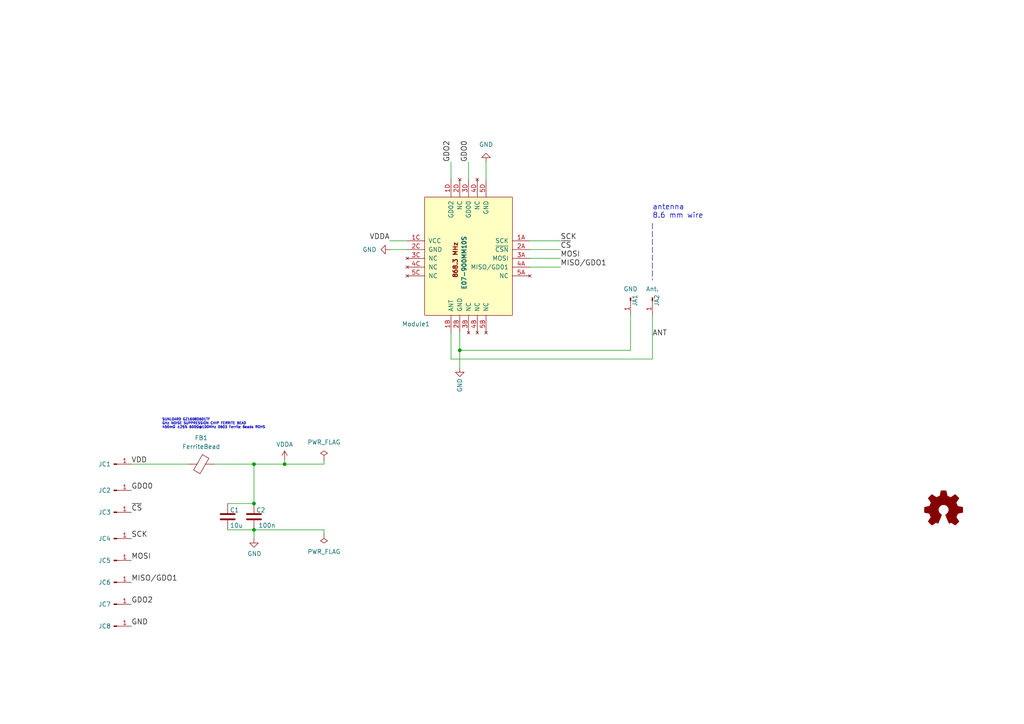
<source format=kicad_sch>
(kicad_sch (version 20230121) (generator eeschema)
  (paper "A4")
  (title_block (title "Adapter_EByte_E07_900MM10S_to_Ebyte_E07_868MS10_FUEL4EP") (date "2024-06-24") (rev "1.0") (comment 1 "(C) FUEL4EP 2024") (comment 2 "to EByte E07868MS10 RF transceiver module") (comment 3 "from EByte E07 900MM10S RF transceiver module") (comment 4 "PCB Adapter RF module "))
  (lib_symbols
    (symbol "Connector:Conn_01x01_Pin" (pin_names (offset 1.016) hide)
      (property "Reference" "J" (at 0 2.54 0))
      (property "Value" "Conn_01x01_Pin" (at 0 -2.54 0))
      (symbol "Conn_01x01_Pin_1_1"
        (polyline (pts (xy 1.27 0) (xy 0.8636 0)) (stroke (width 0.1524)))
        (rectangle (start 0.8636 0.127) (end 0 -0.127) (stroke (width 0.1524)) (fill (type outline)))
        (pin passive line (at 5.08 0 180) (length 3.81) (name "Pin_1") (number "1"))
      )
    )
    (symbol "Device:C" (pin_numbers hide) (pin_names (offset 0.254))
      (property "Reference" "C" (at 0.635 2.54 0))
      (property "Value" "C" (at 0.635 -2.54 0))
      (symbol "C_0_1"
        (polyline (pts (xy -2.032 -0.762) (xy 2.032 -0.762)) (stroke (width 0.508)))
        (polyline (pts (xy -2.032 0.762) (xy 2.032 0.762)) (stroke (width 0.508)))
      )
      (symbol "C_1_1"
        (pin passive line (at 0 3.81 270) (length 2.794) (name "~") (number "1"))
        (pin passive line (at 0 -3.81 90) (length 2.794) (name "~") (number "2"))
      )
    )
    (symbol "Device:FerriteBead" (pin_numbers hide) (pin_names (offset 0))
      (property "Reference" "FB" (at -3.81 0.635 90))
      (property "Value" "FerriteBead" (at 3.81 0 90))
      (symbol "FerriteBead_0_1"
        (polyline (pts (xy 0 -1.27) (xy 0 -1.2192)))
        (polyline (pts (xy 0 1.27) (xy 0 1.2954)))
        (polyline (pts (xy -2.7686 0.4064) (xy -1.7018 2.2606) (xy 2.7686 -0.3048) (xy 1.6764 -2.159) (xy -2.7686 0.4064)))
      )
      (symbol "FerriteBead_1_1"
        (pin passive line (at 0 3.81 270) (length 2.54) (name "~") (number "1"))
        (pin passive line (at 0 -3.81 90) (length 2.54) (name "~") (number "2"))
      )
    )
    (symbol "FUEL4EP:E07-900MM10S" (pin_names (offset 1.016))
      (property "Reference" "Module" (at 0.635 -1.905 0))
      (property "Value" "E07-900MM10S" (at 11.43 15.875 90))
      (symbol "E07-900MM10S_0_0"
        (rectangle (start 0 34.29) (end 25.4 0) (fill (type background)))
        (text "868.3 MHz" (at 8.89 10.795 900) (effects (font (size 1.27 1.27) bold) (justify left)))
        (pin input line (at 30.48 21.59 180) (length 5.08) (name "SCK") (number "1A"))
        (pin output line (at 7.62 -5.08 90) (length 5.08) (name "ANT") (number "1B"))
        (pin output line (at 7.62 39.37 270) (length 5.08) (name "GD02") (number "1D"))
        (pin input line (at 30.48 19.05 180) (length 5.08) (name "~{CSN}") (number "2A"))
        (pin power_in line (at 10.16 -5.08 90) (length 5.08) (name "GND") (number "2B"))
        (pin power_in line (at -5.08 19.05 0) (length 5.08) (name "GND") (number "2C"))
        (pin input line (at 30.48 16.51 180) (length 5.08) (name "MOSI") (number "3A"))
        (pin no_connect line (at -5.08 16.51 0) (length 5.08) (name "NC") (number "3C"))
        (pin output line (at 12.7 39.37 270) (length 5.08) (name "GD00") (number "3D"))
        (pin tri_state line (at 30.48 13.97 180) (length 5.08) (name "MISO/GD01") (number "4A"))
      )
      (symbol "E07-900MM10S_1_1"
        (pin power_in line (at -5.08 21.59 0) (length 5.08) (name "VCC") (number "1C"))
        (pin no_connect line (at 10.16 39.37 270) (length 5.08) (name "NC") (number "2D"))
        (pin no_connect line (at 12.7 -5.08 90) (length 5.08) (name "NC") (number "3B"))
        (pin no_connect line (at 15.24 -5.08 90) (length 5.08) (name "NC") (number "4B"))
        (pin no_connect line (at -5.08 13.97 0) (length 5.08) (name "NC") (number "4C"))
        (pin no_connect line (at 15.24 39.37 270) (length 5.08) (name "NC") (number "4D"))
        (pin no_connect line (at 30.48 11.43 180) (length 5.08) (name "NC") (number "5A"))
        (pin no_connect line (at 17.78 -5.08 90) (length 5.08) (name "NC") (number "5B"))
        (pin no_connect line (at -5.08 11.43 0) (length 5.08) (name "NC") (number "5C"))
        (pin power_in line (at 17.78 39.37 270) (length 5.08) (name "GND") (number "5D"))
      )
    )
    (symbol "Graphic:Logo_Open_Hardware_Small" (in_bom no) (on_board no)
      (symbol "Logo_Open_Hardware_Small_0_1"
        (polyline (pts (xy 3.3528 -4.3434) (xy 3.302 -4.318) (xy 3.175 -4.2418) (xy 2.9972 -4.1148) (xy 2.7686 -3.9624) (xy 2.54 -3.81) (xy 2.3622 -3.7084) (xy 2.2352 -3.6068) (xy 2.1844 -3.5814) (xy 2.159 -3.6068) (xy 2.0574 -3.6576) (xy 1.905 -3.7338) (xy 1.8034 -3.7846) (xy 1.6764 -3.8354) (xy 1.6002 -3.8354) (xy 1.6002 -3.8354) (xy 1.5494 -3.7338) (xy 1.4732 -3.5306) (xy 1.3462 -3.302) (xy 1.2446 -3.0226) (xy 1.1176 -2.7178) (xy 0.9652 -2.413) (xy 0.8636 -2.1082) (xy 0.7366 -1.8288) (xy 0.6604 -1.6256) (xy 0.6096 -1.4732) (xy 0.5842 -1.397) (xy 0.5842 -1.397) (xy 0.6604 -1.3208) (xy 0.7874 -1.2446) (xy 1.0414 -1.016) (xy 1.2954 -0.6858) (xy 1.4478 -0.3302) (xy 1.524 0.0762) (xy 1.4732 0.4572) (xy 1.3208 0.8128) (xy 1.0668 1.143) (xy 0.762 1.3716) (xy 0.4064 1.524) (xy 0 1.5748) (xy -0.381 1.5494) (xy -0.7366 1.397) (xy -1.0668 1.143) (xy -1.2192 0.9906) (xy -1.397 0.6604) (xy -1.524 0.3048) (xy -1.524 0.2286) (xy -1.4986 -0.1778) (xy -1.397 -0.5334) (xy -1.1938 -0.8636) (xy -0.9144 -1.143) (xy -0.8636 -1.1684) (xy -0.7366 -1.27) (xy -0.635 -1.3462) (xy -0.5842 -1.397) (xy -1.0668 -2.5908) (xy -1.143 -2.794) (xy -1.2954 -3.1242) (xy -1.397 -3.4036) (xy -1.4986 -3.6322) (xy -1.5748 -3.7846) (xy -1.6002 -3.8354) (xy -1.6002 -3.8354) (xy -1.651 -3.8354) (xy -1.7272 -3.81) (xy -1.905 -3.7338) (xy -2.0066 -3.683) (xy -2.1336 -3.6068) (xy -2.2098 -3.5814) (xy -2.2606 -3.6068) (xy -2.3622 -3.683) (xy -2.54 -3.81) (xy -2.7686 -3.9624) (xy -2.9718 -4.0894) (xy -3.1496 -4.2164) (xy -3.302 -4.318) (xy -3.3528 -4.3434) (xy -3.3782 -4.3434) (xy -3.429 -4.318) (xy -3.5306 -4.2164) (xy -3.7084 -4.064) (xy -3.937 -3.8354) (xy -3.9624 -3.81) (xy -4.1656 -3.6068) (xy -4.318 -3.4544) (xy -4.4196 -3.3274) (xy -4.445 -3.2766) (xy -4.445 -3.2766) (xy -4.4196 -3.2258) (xy -4.318 -3.0734) (xy -4.2164 -2.8956) (xy -4.064 -2.667) (xy -3.6576 -2.0828) (xy -3.8862 -1.5494) (xy -3.937 -1.3716) (xy -4.0386 -1.1684) (xy -4.0894 -1.0414) (xy -4.1148 -0.9652) (xy -4.191 -0.9398) (xy -4.318 -0.9144) (xy -4.5466 -0.8636) (xy -4.8006 -0.8128) (xy -5.0546 -0.7874) (xy -5.2578 -0.7366) (xy -5.4356 -0.7112) (xy -5.5118 -0.6858) (xy -5.5118 -0.6858) (xy -5.5372 -0.635) (xy -5.5372 -0.5588) (xy -5.5372 -0.4318) (xy -5.5626 -0.2286) (xy -5.5626 0.0762) (xy -5.5626 0.127) (xy -5.5372 0.4064) (xy -5.5372 0.635) (xy -5.5372 0.762) (xy -5.5372 0.8382) (xy -5.5372 0.8382) (xy -5.461 0.8382) (xy -5.3086 0.889) (xy -5.08 0.9144) (xy -4.826 0.9652) (xy -4.8006 0.9906) (xy -4.5466 1.0414) (xy -4.318 1.0668) (xy -4.1656 1.1176) (xy -4.0894 1.143) (xy -4.0894 1.143) (xy -4.0386 1.2446) (xy -3.9624 1.4224) (xy -3.8608 1.6256) (xy -3.7846 1.8288) (xy -3.7084 2.0066) (xy -3.6576 2.159) (xy -3.6322 2.2098) (xy -3.6322 2.2098) (xy -3.683 2.286) (xy -3.7592 2.413) (xy -3.8862 2.5908) (xy -4.064 2.8194) (xy -4.064 2.8448) (xy -4.2164 3.0734) (xy -4.3434 3.2512) (xy -4.4196 3.3782) (xy -4.445 3.4544) (xy -4.445 3.4544) (xy -4.3942 3.5052) (xy -4.2926 3.6322) (xy -4.1148 3.81) (xy -3.937 4.0132) (xy -3.8608 4.064) (xy -3.6576 4.2926) (xy -3.5052 4.4196) (xy -3.4036 4.4958) (xy -3.3528 4.5212) (xy -3.3528 4.5212) (xy -3.302 4.4704) (xy -3.1496 4.3688) (xy -2.9718 4.2418) (xy -2.7432 4.0894) (xy -2.7178 4.0894) (xy -2.4892 3.937) (xy -2.3114 3.81) (xy -2.1844 3.7084) (xy -2.1336 3.683) (xy -2.1082 3.683) (xy -2.032 3.7084) (xy -1.8542 3.7592) (xy -1.6764 3.8354) (xy -1.4732 3.937) (xy -1.27 4.0132) (xy -1.143 4.064) (xy -1.0668 4.1148) (xy -1.0668 4.1148) (xy -1.0414 4.191) (xy -1.016 4.3434) (xy -0.9652 4.572) (xy -0.9144 4.8514) (xy -0.889 4.9022) (xy -0.8382 5.1562) (xy -0.8128 5.3848) (xy -0.7874 5.5372) (xy -0.762 5.588) (xy -0.7112 5.6134) (xy -0.5842 5.6134) (xy -0.4064 5.6134) (xy -0.1524 5.6134) (xy 0.0762 5.6134) (xy 0.3302 5.6134) (xy 0.5334 5.6134) (xy 0.6858 5.588) (xy 0.7366 5.588) (xy 0.7366 5.588) (xy 0.762 5.5118) (xy 0.8128 5.334) (xy 0.8382 5.1054) (xy 0.9144 4.826) (xy 0.9144 4.7752) (xy 0.9652 4.5212) (xy 1.016 4.2926) (xy 1.0414 4.1402) (xy 1.0668 4.0894) (xy 1.0668 4.0894) (xy 1.1938 4.0386) (xy 1.3716 3.9624) (xy 1.5748 3.8608) (xy 2.0828 3.6576) (xy 2.7178 4.0894) (xy 2.7686 4.1402) (xy 2.9972 4.2926) (xy 3.175 4.4196) (xy 3.302 4.4958) (xy 3.3782 4.5212) (xy 3.3782 4.5212) (xy 3.429 4.4704) (xy 3.556 4.3434) (xy 3.7338 4.191) (xy 3.9116 3.9878) (xy 4.064 3.8354) (xy 4.2418 3.6576) (xy 4.3434 3.556) (xy 4.4196 3.4798) (xy 4.4196 3.429) (xy 4.4196 3.4036) (xy 4.3942 3.3274) (xy 4.2926 3.2004) (xy 4.1656 2.9972) (xy 4.0132 2.794) (xy 3.8862 2.5908) (xy 3.7592 2.3876) (xy 3.6576 2.2352) (xy 3.6322 2.159) (xy 3.6322 2.1336) (xy 3.683 2.0066) (xy 3.7592 1.8288) (xy 3.8608 1.6002) (xy 4.064 1.1176) (xy 4.3942 1.0414) (xy 4.5974 1.016) (xy 4.8768 0.9652) (xy 5.1308 0.9144) (xy 5.5372 0.8382) (xy 5.5626 -0.6604) (xy 5.4864 -0.6858) (xy 5.4356 -0.6858) (xy 5.2832 -0.7366) (xy 5.0546 -0.762) (xy 4.8006 -0.8128) (xy 4.5974 -0.8636) (xy 4.3688 -0.9144) (xy 4.2164 -0.9398) (xy 4.1402 -0.9398) (xy 4.1148 -0.9652) (xy 4.064 -1.0668) (xy 3.9878 -1.2446) (xy 3.9116 -1.4478) (xy 3.81 -1.651) (xy 3.7338 -1.8542) (xy 3.683 -2.0066) (xy 3.6576 -2.0828) (xy 3.683 -2.1336) (xy 3.7846 -2.2606) (xy 3.8862 -2.4638) (xy 4.0386 -2.667) (xy 4.191 -2.8956) (xy 4.318 -3.0734) (xy 4.3942 -3.2004) (xy 4.445 -3.2766) (xy 4.4196 -3.3274) (xy 4.3434 -3.429) (xy 4.1656 -3.5814) (xy 3.937 -3.8354) (xy 3.8862 -3.8608) (xy 3.683 -4.064) (xy 3.5306 -4.2164) (xy 3.4036 -4.318) (xy 3.3528 -4.3434)) (fill (type outline)))
      )
    )
    (symbol "power:GND" (power) (pin_names (offset 0))
      (property "Value" "GND" (at 0 -3.81 0))
      (symbol "GND_0_1"
        (polyline (pts (xy 0 0) (xy 0 -1.27) (xy 1.27 -1.27) (xy 0 -2.54) (xy -1.27 -1.27) (xy 0 -1.27)))
      )
      (symbol "GND_1_1"
        (pin power_in line (at 0 0 270) (length 0) hide (name "GND") (number "1"))
      )
    )
    (symbol "power:PWR_FLAG" (power) (pin_numbers hide) (pin_names (offset 0) hide)
      (property "Value" "PWR_FLAG" (at 0 3.81 0))
      (symbol "PWR_FLAG_0_0"
        (pin power_out line (at 0 0 90) (length 0) (name "pwr") (number "1"))
      )
      (symbol "PWR_FLAG_0_1"
        (polyline (pts (xy 0 0) (xy 0 1.27) (xy -1.016 1.905) (xy 0 2.54) (xy 1.016 1.905) (xy 0 1.27)))
      )
    )
    (symbol "power:VDDA" (power) (pin_names (offset 0))
      (property "Value" "VDDA" (at 0 3.81 0))
      (symbol "VDDA_0_1"
        (polyline (pts (xy -0.762 1.27) (xy 0 2.54)))
        (polyline (pts (xy 0 0) (xy 0 2.54)))
        (polyline (pts (xy 0 2.54) (xy 0.762 1.27)))
      )
      (symbol "VDDA_1_1"
        (pin power_in line (at 0 0 90) (length 0) hide (name "VDDA") (number "1"))
      )
    )
  )
  (junction (at 82.55 134.62))
  (junction (at 73.66 134.62))
  (junction (at 73.66 146.05))
  (junction (at 73.66 153.67))
  (junction (at 133.35 101.6))
  (wire (pts (xy 182.88 101.6) (xy 182.88 91.44)))
  (wire (pts (xy 153.67 69.85) (xy 162.56 69.85)))
  (wire (pts (xy 93.98 134.62) (xy 93.98 133.35)))
  (wire (pts (xy 130.81 96.52) (xy 130.81 104.14)))
  (wire (pts (xy 73.66 153.67) (xy 73.66 156.21)))
  (wire (pts (xy 153.67 72.39) (xy 162.56 72.39)))
  (wire (pts (xy 189.23 104.14) (xy 189.23 91.44)))
  (wire (pts (xy 73.66 153.67) (xy 93.98 153.67)))
  (wire (pts (xy 153.67 74.93) (xy 162.56 74.93)))
  (wire (pts (xy 140.97 46.99) (xy 140.97 52.07)))
  (wire (pts (xy 82.55 133.35) (xy 82.55 134.62)))
  (wire (pts (xy 73.66 134.62) (xy 82.55 134.62)))
  (wire (pts (xy 130.81 46.99) (xy 130.81 52.07)))
  (wire (pts (xy 66.04 146.05) (xy 73.66 146.05)))
  (wire (pts (xy 66.04 153.67) (xy 73.66 153.67)))
  (wire (pts (xy 82.55 134.62) (xy 93.98 134.62)))
  (polyline (pts (xy 189.23 64.77) (xy 189.23 81.28)) (stroke (width 0) (type dash)))
  (wire (pts (xy 153.67 77.47) (xy 162.56 77.47)))
  (wire (pts (xy 133.35 96.52) (xy 133.35 101.6)))
  (wire (pts (xy 133.35 101.6) (xy 182.88 101.6)))
  (wire (pts (xy 130.81 104.14) (xy 189.23 104.14)))
  (wire (pts (xy 38.1 134.62) (xy 54.61 134.62)))
  (wire (pts (xy 113.03 72.39) (xy 118.11 72.39)))
  (wire (pts (xy 135.89 46.99) (xy 135.89 52.07)))
  (wire (pts (xy 73.66 134.62) (xy 73.66 146.05)))
  (wire (pts (xy 93.98 153.67) (xy 93.98 154.94)))
  (wire (pts (xy 62.23 134.62) (xy 73.66 134.62)))
  (wire (pts (xy 113.03 69.85) (xy 118.11 69.85)))
  (wire (pts (xy 133.35 101.6) (xy 133.35 106.68)))
  (text "SUNLOARD GZ1608D601TF\nGHz NOISE SUPPRESSION CHIP FERRITE BEAD\n450mΩ ±25% 600Ω@100MHz 0603 Ferrite Beads ROHS" (at 46.99 124.46 0) (effects (font (size 0.7 0.7)) (justify left bottom)))
  (text "antenna\n8.6 mm wire" (at 189.23 63.5 0) (effects (font (size 1.524 1.524)) (justify left bottom)))
  (label "GDO0" (at 135.89 46.99 90) (effects (font (size 1.524 1.524))))
  (label "GDO2" (at 38.1 175.26 0) (effects (font (size 1.524 1.524))))
  (label "GND" (at 38.1 181.61 0) (effects (font (size 1.524 1.524))))
  (label "~{CS}" (at 38.1 148.59 0) (effects (font (size 1.524 1.524))))
  (label "MISO{slash}GDO1" (at 38.1 168.91 0) (effects (font (size 1.524 1.524))))
  (label "MOSI" (at 162.56 74.93 0) (effects (font (size 1.524 1.524))))
  (label "GDO2" (at 130.81 46.99 90) (effects (font (size 1.524 1.524))))
  (label "VDD" (at 38.1 134.62 0) (effects (font (size 1.524 1.524))))
  (label "VDDA" (at 113.03 69.85 180) (effects (font (size 1.524 1.524))))
  (label "MOSI" (at 38.1 162.56 0) (effects (font (size 1.524 1.524))))
  (label "SCK" (at 162.56 69.85 0) (effects (font (size 1.524 1.524))))
  (label "ANT" (at 189.23 97.79 0) (effects (font (size 1.524 1.524))))
  (label "GDO0" (at 38.1 142.24 0) (effects (font (size 1.524 1.524))))
  (label "~{CS}" (at 162.56 72.39 0) (effects (font (size 1.524 1.524))))
  (label "SCK" (at 38.1 156.21 0) (effects (font (size 1.524 1.524))))
  (label "MISO{slash}GDO1" (at 162.56 77.47 0) (effects (font (size 1.524 1.524))))
  (symbol (lib_id "Connector:Conn_01x01_Pin") (at 33.02 156.21 0) (unit 1)
    (property "Reference" "JC4" (at 30.353 156.21 0))
    (property "Value" "Conn_01x01_Pin" (effects hide))
    (property "Footprint" "FUEL4EP:edge_hole_Pitch1.27mm_Drill0.75mm_rounded" (effects hide))
  )
  (symbol (lib_id "power:PWR_FLAG") (at 93.98 133.35 0) (unit 1)
    (property "Reference" "#FLG01" (effects hide))
    (property "Value" "PWR_FLAG" (at 93.98 128.27 0))
  )
  (symbol (lib_id "Graphic:Logo_Open_Hardware_Small") (at 273.685 147.955 0) (unit 1)
    (property "Reference" "LOGO1" (effects hide))
    (property "Value" "Logo_Open_Hardware_Small" (effects hide))
    (property "Footprint" "FUEL4EP:CC-BY-ND-SA_bottom" (effects hide))
    (property "Sim.Enable" "0" (effects hide))
  )
  (symbol (lib_id "FUEL4EP:E07-900MM10S") (at 123.19 91.44 0) (unit 1)
    (property "Reference" "Module1" (at 120.65 93.98 0))
    (property "Value" "E07-900MM10S" (at 134.62 76.2 90) (effects (font bold)))
    (property "Footprint" "FUEL4EP:eByte_E07-900MM10S" (effects hide))
    (property "LCSC" "C5844212" (effects hide))
    (property "TYPE" "10x10mm" (effects hide))
  )
  (symbol (lib_id "Device:C") (at 73.66 149.86 0) (unit 1)
    (property "Reference" "C2" (at 74.295 147.955 0) (effects (justify left)))
    (property "Value" "100n" (at 74.93 152.4 0) (effects (justify left)))
    (property "Footprint" "Capacitor_SMD:C_0603_1608Metric" (effects hide))
    (property "LCSC" "C14663" (effects hide))
    (property "TYPE" "0603" (effects hide))
  )
  (symbol (lib_id "power:VDDA") (at 82.55 133.35 0) (unit 1)
    (property "Reference" "#PWR02" (effects hide))
    (property "Value" "VDDA" (at 82.55 128.905 0))
  )
  (symbol (lib_id "Device:FerriteBead") (at 58.42 134.62 90) (unit 1)
    (property "Reference" "FB1" (at 58.3692 127 90))
    (property "Value" "FerriteBead" (at 58.3692 129.54 90))
    (property "Footprint" "Inductor_SMD:L_0603_1608Metric" (effects hide))
    (property "LCSC" "C1002" (effects hide))
    (property "TYPE" "0603" (effects hide))
  )
  (symbol (lib_id "Connector:Conn_01x01_Pin") (at 33.02 148.59 0) (unit 1)
    (property "Reference" "JC3" (at 30.353 148.59 0))
    (property "Value" "Conn_01x01_Pin" (effects hide))
    (property "Footprint" "FUEL4EP:edge_hole_Pitch1.27mm_Drill0.75mm_rounded" (effects hide))
  )
  (symbol (lib_id "Device:C") (at 66.04 149.86 0) (unit 1)
    (property "Reference" "C1" (at 66.675 147.955 0) (effects (justify left)))
    (property "Value" "10u" (at 66.675 152.4 0) (effects (justify left)))
    (property "Footprint" "Capacitor_SMD:C_0603_1608Metric" (effects hide))
    (property "LCSC" "C19702" (effects hide))
    (property "TYPE" "0603" (effects hide))
  )
  (symbol (lib_id "Connector:Conn_01x01_Pin") (at 33.02 142.24 0) (unit 1)
    (property "Reference" "JC2" (at 30.353 142.24 0))
    (property "Value" "Conn_01x01_Pin" (effects hide))
    (property "Footprint" "FUEL4EP:edge_hole_Pitch1.27mm_Drill0.75mm_rounded" (effects hide))
  )
  (symbol (lib_id "power:GND") (at 140.97 46.99 180) (unit 1)
    (property "Reference" "#PWR05" (effects hide))
    (property "Value" "GND" (at 140.97 41.91 0))
  )
  (symbol (lib_id "power:PWR_FLAG") (at 93.98 154.94 180) (unit 1)
    (property "Reference" "#FLG02" (effects hide))
    (property "Value" "PWR_FLAG" (at 93.98 160.02 0))
  )
  (symbol (lib_id "power:GND") (at 73.66 156.21 0) (unit 1)
    (property "Reference" "#PWR01" (effects hide))
    (property "Value" "GND" (at 73.787 160.6042 0))
  )
  (symbol (lib_id "power:GND") (at 133.35 106.68 0) (unit 1)
    (property "Reference" "#PWR04" (effects hide))
    (property "Value" "GND" (at 133.35 111.76 90))
  )
  (symbol (lib_id "Connector:Conn_01x01_Pin") (at 33.02 175.26 0) (unit 1)
    (property "Reference" "JC7" (at 30.353 175.26 0))
    (property "Value" "Conn_01x01_Pin" (effects hide))
    (property "Footprint" "FUEL4EP:edge_hole_Pitch1.27mm_Drill0.75mm_rounded" (effects hide))
  )
  (symbol (lib_id "Connector:Conn_01x01_Pin") (at 33.02 168.91 0) (unit 1)
    (property "Reference" "JC6" (at 30.353 168.91 0))
    (property "Value" "Conn_01x01_Pin" (effects hide))
    (property "Footprint" "FUEL4EP:edge_hole_Pitch1.27mm_Drill0.75mm_rounded" (effects hide))
  )
  (symbol (lib_id "Connector:Conn_01x01_Pin") (at 33.02 134.62 0) (unit 1)
    (property "Reference" "JC1" (at 30.353 134.62 0))
    (property "Value" "Conn_01x01_Pin" (effects hide))
    (property "Footprint" "FUEL4EP:edge_hole_Pitch1.27mm_Drill0.75mm" (effects hide))
  )
  (symbol (lib_id "Connector:Conn_01x01_Pin") (at 182.88 86.36 270) (unit 1)
    (property "Reference" "JA1" (at 184.15 88.9 0) (effects (justify right)))
    (property "Value" "GND" (at 182.88 83.82 90))
    (property "Footprint" "FUEL4EP:edge_hole_Pitch2.28mm_Drill0.8mm" (effects hide))
  )
  (symbol (lib_id "Connector:Conn_01x01_Pin") (at 33.02 181.61 0) (unit 1)
    (property "Reference" "JC8" (at 30.353 181.61 0))
    (property "Value" "Conn_01x01_Pin" (effects hide))
    (property "Footprint" "FUEL4EP:edge_hole_Pitch1.27mm_Drill0.75mm_rounded" (effects hide))
  )
  (symbol (lib_id "Connector:Conn_01x01_Pin") (at 33.02 162.56 0) (unit 1)
    (property "Reference" "JC5" (at 30.353 162.56 0))
    (property "Value" "Conn_01x01_Pin" (effects hide))
    (property "Footprint" "FUEL4EP:edge_hole_Pitch1.27mm_Drill0.75mm_rounded" (effects hide))
  )
  (symbol (lib_id "power:GND") (at 113.03 72.39 270) (unit 1)
    (property "Reference" "#PWR03" (effects hide))
    (property "Value" "GND" (at 109.22 72.39 90) (effects (justify right)))
  )
  (symbol (lib_id "Connector:Conn_01x01_Pin") (at 189.23 86.36 270) (unit 1)
    (property "Reference" "JA2" (at 190.5 88.9 0) (effects (justify right)))
    (property "Value" "Ant." (at 189.23 83.82 90))
    (property "Footprint" "FUEL4EP:edge_hole_Pitch2.28mm_Drill0.8mm" (effects hide))
  )
)
</source>
